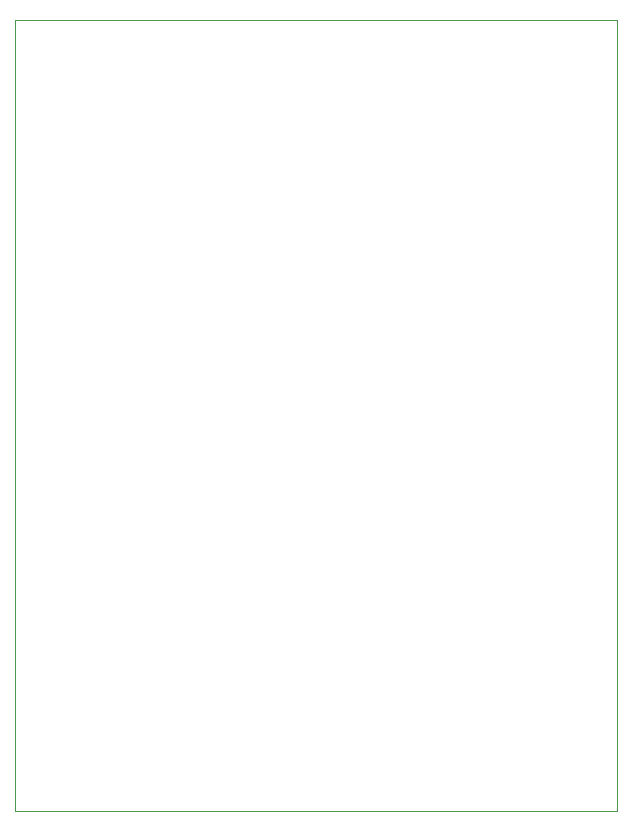
<source format=gko>
G04 EAGLE Gerber RS-274X export*
G75*
%MOMM*%
%FSLAX34Y34*%
%LPD*%
%INBoard ouline*%
%IPPOS*%
%AMOC8*
5,1,8,0,0,1.08239X$1,22.5*%
G01*
%ADD10C,0.000000*%


D10*
X0Y0D02*
X510000Y0D01*
X510000Y670000D01*
X0Y670000D01*
X0Y0D01*
M02*

</source>
